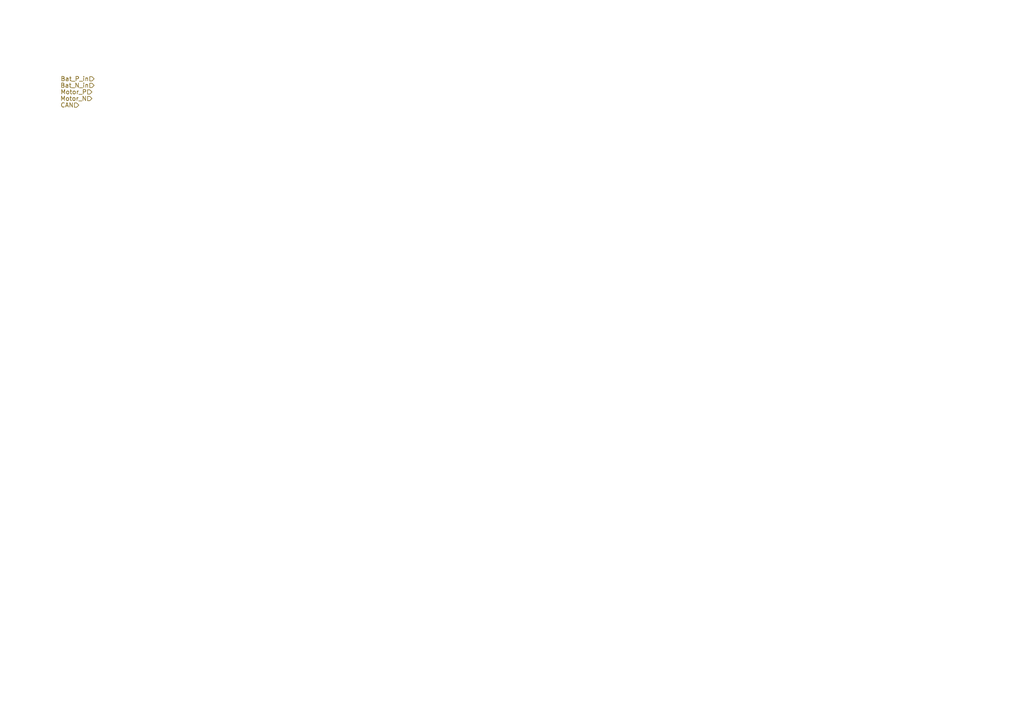
<source format=kicad_sch>
(kicad_sch (version 20211123) (generator eeschema)
  (paper "A4")
  (lib_symbols)
  (hierarchical_label "Motor_P" (shape input) (at 26.67 26.67 180))
  (hierarchical_label "Bat_N_in" (shape input) (at 27.305 24.765 180))
  (hierarchical_label "CAN" (shape input) (at 22.86 30.48 180))
  (hierarchical_label "Motor_N" (shape input) (at 26.67 28.575 180))
  (hierarchical_label "Bat_P_in" (shape input) (at 27.305 22.86 180))
)
</source>
